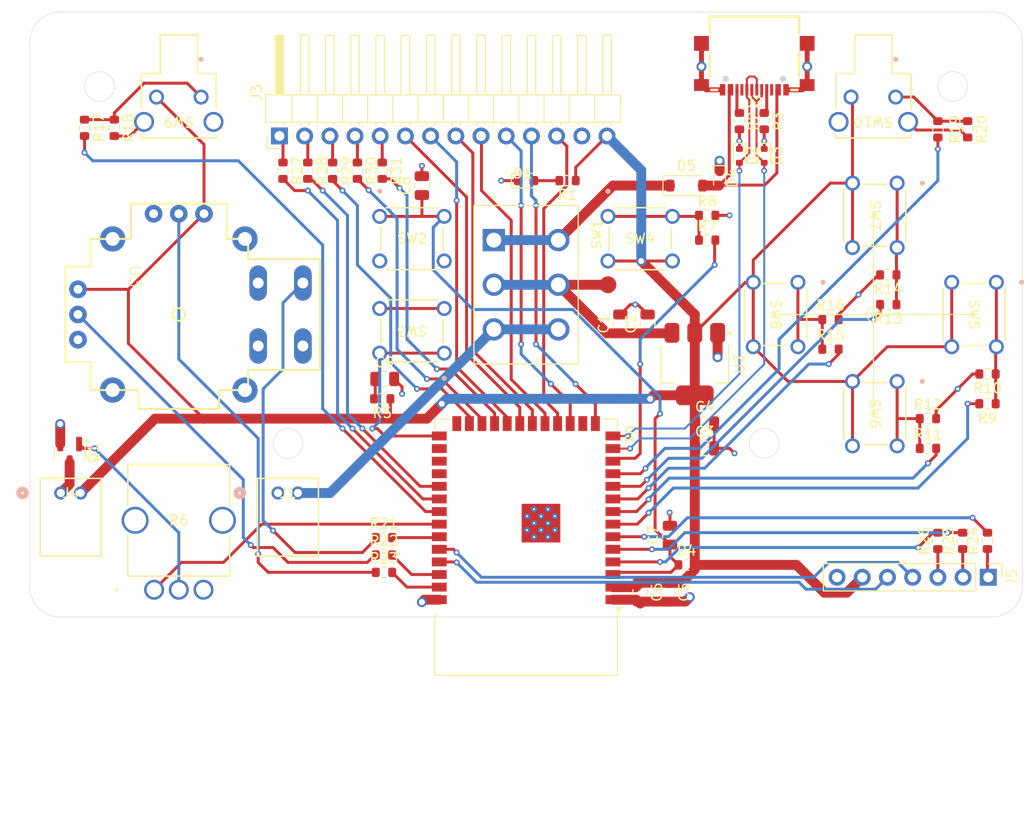
<source format=kicad_pcb>
(kicad_pcb (version 20241229) (generator "pcbnew") (generator_version "9.0")
  (layers (0 "F.Cu" jumper) (4 "In1.Cu" signal) (6 "In2.Cu" signal) (2 "B.Cu" signal) (13 "F.Paste" user) (15 "B.Paste" user) (5 "F.SilkS" user "F.Silkscreen") (7 "B.SilkS" user "B.Silkscreen") (1 "F.Mask" user) (3 "B.Mask" user) (25 "Edge.Cuts" user))
  (net 0 "")
  (net 1 "GND")
  (net 2 "V In")
  (net 3 "VCC")
  (net 4 "RESET")
  (net 5 "BOOT")
  (net 6 "Net-(D1-A)")
  (net 7 "D+")
  (net 8 "D-")
  (net 9 "Net-(D4-A2)")
  (net 10 "V USB")
  (net 11 "V Battery")
  (net 12 "Net-(J2-CC1)")
  (net 13 "Net-(J2-CC2)")
  (net 16 "DC{slash}RS")
  (net 17 "SCK")
  (net 18 "MISO")
  (net 19 "CS")
  (net 20 "MOSI")
  (net 21 "Backlight")
  (net 22 "Display Reset")
  (net 23 "Net-(J4-Pin_1)")
  (net 24 "TX")
  (net 25 "RX")
  (net 26 "Net-(Q1-B)")
  (net 27 "Speaker")
  (net 29 "Net-(R7-Pad1)")
  (net 30 "Select")
  (net 31 "Net-(R10-Pad1)")
  (net 32 "Button A")
  (net 33 "Net-(R11-Pad1)")
  (net 34 "Button B")
  (net 35 "Button X")
  (net 36 "Net-(R13-Pad1)")
  (net 37 "Net-(R15-Pad1)")
  (net 38 "Button Y")
  (net 39 "Net-(R17-Pad1)")
  (net 40 "Button L")
  (net 41 "Net-(R19-Pad1)")
  (net 42 "Button R")
  (net 43 "Joystick In")
  (net 44 "Joystick Y")
  (net 45 "Joystick X")
  (net 46 "T_IRQ")
  (net 47 "T_DO")
  (net 48 "T_DIN")
  (net 49 "T_CS")
  (net 50 "T_CLK")
  (net 56 "Net-(U3-SEL+)")
  (net 57 "Net-(U3-H)")
  (net 58 "Net-(U3-V)")
  (net 59 "Net-(J3-Pin_5)")
  (net 60 "Net-(J3-Pin_1)")
  (net 61 "Net-(J3-Pin_3)")
  (net 62 "Net-(J3-Pin_4)")
  (net 63 "Net-(J3-Pin_2)")
  (net 64 "Spare 3")
  (net 65 "Spare 2")
  (net 66 "Spare 1")
  (net 67 "Net-(J5-Pin_1)")
  (net 68 "Net-(J5-Pin_2)")
  (net 69 "Net-(J5-Pin_3)")
  (footprint "Resistor_SMD:R_0603_1608Metric" (layer "F.Cu") (at 154.175 66.5 180)
    (property "Reference" "R1")
    (property "Value" "1.3k")
  )
  (footprint "Resistor_SMD:R_0603_1608Metric" (layer "F.Cu") (at 191.5 61.325 -90)
    (property "Reference" "R19")
    (property "Value" "330")
  )
  (footprint "Resistor_SMD:R_0603_1608Metric" (layer "F.Cu") (at 190.5 93.5)
    (property "Reference" "R11")
    (property "Value" "330")
  )
  (footprint "handheld:SW_B3F-1050_OMR" (layer "F.Cu") (at 135.249999 70.1049)
    (property "Reference" "SW2")
    (property "Value" "Reset")
  )
  (footprint "handheld:PTV09A-4015F-B104_BRN" (layer "F.Cu") (at 112.5108 107.755386)
    (property "Reference" "R6")
    (property "Value" "5k")
  )
  (footprint "Package_TO_SOT_SMD:SOT-223-3_TabPin2" (layer "F.Cu") (at 167 85 -90)
    (property "Reference" "U2")
    (property "Value" "AMS1117-3.3")
  )
  (footprint "Resistor_SMD:R_0603_1608Metric" (layer "F.Cu") (at 105.5 61.175 -90)
    (property "Reference" "R17")
    (property "Value" "330")
  )
  (footprint "Connector_PinHeader_2.54mm:PinHeader_1x07_P2.54mm_Vertical" (layer "F.Cu") (at 196.58 106.5 -90)
    (property "Reference" "J5")
    (property "Value" "Debug")
  )
  (footprint "handheld:SW_B3F-1050_OMR" (layer "F.Cu") (at 141.750001 83.8951 180)
    (property "Reference" "SW3")
    (property "Value" "Boot")
  )
  (footprint "Resistor_SMD:R_0603_1608Metric" (layer "F.Cu") (at 186.5 76 180)
    (property "Reference" "R14")
    (property "Value" "10k")
  )
  (footprint "Capacitor_SMD:C_0805_2012Metric" (layer "F.Cu") (at 164.25 108 -90)
    (property "Reference" "C5")
    (property "Value" "10uF")
  )
  (footprint "Resistor_SMD:R_0603_1608Metric" (layer "F.Cu") (at 194 102.825 90)
    (property "Reference" "R25")
    (property "Value" "330")
  )
  (footprint "Resistor_SMD:R_0603_1608Metric" (layer "F.Cu") (at 196.5 102.825 90)
    (property "Reference" "R24")
    (property "Value" "330")
  )
  (footprint "Capacitor_SMD:C_0805_2012Metric" (layer "F.Cu") (at 168 91)
    (property "Reference" "C4")
    (property "Value" "100nF")
  )
  (footprint "Resistor_SMD:R_0603_1608Metric" (layer "F.Cu") (at 128 65.5 -90)
    (property "Reference" "R28")
    (property "Value" "330")
  )
  (footprint "Capacitor_SMD:C_0805_2012Metric" (layer "F.Cu") (at 162.25 80.95 90)
    (property "Reference" "C2")
    (property "Value" "100nF")
  )
  (footprint "Resistor_SMD:R_0603_1608Metric" (layer "F.Cu") (at 180.675 80.5)
    (property "Reference" "R16")
    (property "Value" "10k")
  )
  (footprint "Capacitor_SMD:C_0805_2012Metric" (layer "F.Cu") (at 135.75 86.5)
    (property "Reference" "C9")
    (property "Value" "100nF")
  )
  (footprint "Resistor_SMD:R_0603_1608Metric" (layer "F.Cu") (at 168.25 70)
    (property "Reference" "R8")
    (property "Value" "10k")
  )
  (footprint "handheld:SW_B3F-1050_OMR" (layer "F.Cu") (at 158.249999 70.1049)
    (property "Reference" "SW4")
    (property "Value" "Select")
  )
  (footprint "handheld:Testpoint" (layer "F.Cu") (at 158.25 77)
    (property "Reference" "TP1" (hide yes))
    (property "Value" "V In")
  )
  (footprint "handheld:SW_B3F-1050_OMR" (layer "F.Cu") (at 187.3951 66.749999 -90)
    (property "Reference" "SW7")
    (property "Value" "X")
  )
  (footprint "Resistor_SMD:R_0603_1608Metric" (layer "F.Cu") (at 135.675 102.5)
    (property "Reference" "R21")
    (property "Value" "330")
  )
  (footprint "RF_Module:ESP32-S3-WROOM-1" (layer "F.Cu") (at 150 103.5 180)
    (property "Reference" "U1")
    (property "Value" "ESP32-S3-WROOM-1")
  )
  (footprint "handheld:CONN_S2B-PH-K-S_JST" (layer "F.Cu") (at 124.999999 98)
    (property "Reference" "J1")
    (property "Value" "Battery")
  )
  (footprint "handheld:SW_B3F-1050_OMR" (layer "F.Cu") (at 177.3951 76.75 -90)
    (property "Reference" "SW8")
    (property "Value" "Y")
  )
  (footprint "Resistor_SMD:R_0603_1608Metric" (layer "F.Cu") (at 171.5 60.5 -90)
    (property "Reference" "R2")
    (property "Value" "5.1k")
  )
  (footprint "Resistor_SMD:R_0603_1608Metric" (layer "F.Cu") (at 196.5 86 180)
    (property "Reference" "R10")
    (property "Value" "10k")
  )
  (footprint "Resistor_SMD:R_0603_1608Metric" (layer "F.Cu") (at 196.5 89 180)
    (property "Reference" "R9")
    (property "Value" "330")
  )
  (footprint "Resistor_SMD:R_0603_1608Metric" (layer "F.Cu") (at 194.5 61.325 -90)
    (property "Reference" "R20")
    (property "Value" "10k")
  )
  (footprint "Capacitor_SMD:C_0805_2012Metric" (layer "F.Cu") (at 139.5 67 90)
    (property "Reference" "C8")
    (property "Value" "100nF")
  )
  (footprint "Diode_SMD:D_SOD-523" (layer "F.Cu") (at 169.5 66.25 -90)
    (property "Reference" "D4")
    (property "Value" "LESD5D5.0CT1G")
  )
  (footprint "handheld:SW_B3F-3150_OMR" (layer "F.Cu") (at 187.250001 58.074941 180)
    (property "Reference" "SW10")
    (property "Value" "R")
  )
  (footprint "Resistor_SMD:R_0603_1608Metric" (layer "F.Cu") (at 135.675 104.25)
    (property "Reference" "R22")
    (property "Value" "330")
  )
  (footprint "Diode_SMD:D_SOD-523" (layer "F.Cu") (at 171.5 64 -90)
    (property "Reference" "D2")
    (property "Value" "LESD5D5.0CT1G")
  )
  (footprint "Resistor_SMD:R_0603_1608Metric" (layer "F.Cu") (at 130.5 65.5 -90)
    (property "Reference" "R29")
    (property "Value" "330")
  )
  (footprint "Resistor_SMD:R_0603_1608Metric" (layer "F.Cu") (at 190.5 90.5)
    (property "Reference" "R12")
    (property "Value" "10k")
  )
  (footprint "Resistor_SMD:R_0603_1608Metric" (layer "F.Cu") (at 135.5 88.5 180)
    (property "Reference" "R5")
    (property "Value" "10k")
  )
  (footprint "LED_SMD:LED_0603_1608Metric" (layer "F.Cu") (at 150 66.5)
    (property "Reference" "D1")
    (property "Value" "Power LED")
  )
  (footprint "handheld:SW_B3F-3150_OMR" (layer "F.Cu") (at 117.250001 58.074941 180)
    (property "Reference" "SW9")
    (property "Value" "L")
  )
  (footprint "handheld:JOYSTICK" (layer "F.Cu") (at 115 80 -90)
    (property "Reference" "U3")
    (property "Value" "Joystick Mount")
  )
  (footprint "handheld:CONN_S2B-PH-K-S_JST" (layer "F.Cu") (at 103.1049 98)
    (property "Reference" "J4")
    (property "Value" "Speaker ~(3W, 8R)")
  )
  (footprint "handheld:SW_B3F-1050_OMR" (layer "F.Cu") (at 187.3951 86.749999 -90)
    (property "Reference" "SW6")
    (property "Value" "B")
  )
  (footprint "Resistor_SMD:R_0603_1608Metric" (layer "F.Cu") (at 180.675 83.5)
    (property "Reference" "R15")
    (property "Value" "330")
  )
  (footprint "Resistor_SMD:R_0603_1608Metric" (layer "F.Cu") (at 168.25 72.5)
    (property "Reference" "R7")
    (property "Value" "330")
  )
  (footprint "handheld:SW_SLW-1678105-6A-N-D" (layer "F.Cu") (at 150 77 -90)
    (property "Reference" "SW1")
    (property "Value" "SLW-1678105-6A-N-D")
  )
  (footprint "Resistor_SMD:R_0603_1608Metric" (layer "F.Cu") (at 133 65.5 -90)
    (property "Reference" "R30")
    (property "Value" "330")
  )
  (footprint "Resistor_SMD:R_0603_1608Metric" (layer "F.Cu") (at 191.5 102.825 90)
    (property "Reference" "R26")
    (property "Value" "330")
  )
  (footprint "Resistor_SMD:R_0603_1608Metric" (layer "F.Cu") (at 108.5 61.175 -90)
    (property "Reference" "R18")
    (property "Value" "10k")
  )
  (footprint "Capacitor_SMD:C_0805_2012Metric" (layer "F.Cu") (at 168 93.5)
    (property "Reference" "C3")
    (property "Value" "10uF")
  )
  (footprint "handheld:SW_B3F-1050_OMR" (layer "F.Cu") (at 197.3951 76.749999 -90)
    (property "Reference" "SW5")
    (property "Value" "A")
  )
  (footprint "Diode_SMD:D_SOD-523" (layer "F.Cu") (at 174 64 -90)
    (property "Reference" "D3")
    (property "Value" "LESD5D5.0CT1G")
  )
  (footprint "Resistor_SMD:R_0603_1608Metric" (layer "F.Cu") (at 135.5 65.5 -90)
    (property "Reference" "R31")
    (property "Value" "330")
  )
  (footprint "Resistor_SMD:R_0603_1608Metric" (layer "F.Cu") (at 135.675 106)
    (property "Reference" "R23")
    (property "Value" "330")
  )
  (footprint "handheld:USB-SMD_USB-TYPE-C-020" (layer "F.Cu") (at 173 55 180)
    (property "Reference" "J2")
    (property "Value" "USB_C_Receptacle_USB2.0_16P")
    (fp_poly (pts (xy 3.21222 -1.282421) (xy 3.190261 -1.364372) (xy 3.14784 -1.437847) (xy 3.087847 -1.49784) (xy 3.014372 -1.540261) (xy 2.932421 -1.56222) (xy 2.847579 -1.56222) (xy 2.765628 -1.540261) (xy 2.692153 -1.49784) (xy 2.63216 -1.437847) (xy 2.589739 -1.364372) (xy 2.56778 -1.282421) (xy 2.56778 -1.197579) (xy 2.589739 -1.115628) (xy 2.63216 -1.042153) (xy 2.692153 -0.98216) (xy 2.765628 -0.939739) (xy 2.847579 -0.91778) (xy 2.932421 -0.91778) (xy 3.014372 -0.939739) (xy 3.087847 -0.98216) (xy 3.14784 -1.042153) (xy 3.190261 -1.115628) (xy 3.21222 -1.197579)) (fill yes) (layer "Edge.Cuts"))
    (fp_poly (pts (xy -2.56778 -1.282421) (xy -2.589739 -1.364372) (xy -2.63216 -1.437847) (xy -2.692153 -1.49784) (xy -2.765628 -1.540261) (xy -2.847579 -1.56222) (xy -2.932421 -1.56222) (xy -3.014372 -1.540261) (xy -3.087847 -1.49784) (xy -3.14784 -1.437847) (xy -3.190261 -1.364372) (xy -3.21222 -1.282421) (xy -3.21222 -1.197579) (xy -3.190261 -1.115628) (xy -3.14784 -1.042153) (xy -3.087847 -0.98216) (xy -3.014372 -0.939739) (xy -2.932421 -0.91778) (xy -2.847579 -0.91778) (xy -2.765628 -0.939739) (xy -2.692153 -0.98216) (xy -2.63216 -1.042153) (xy -2.589739 -1.115628) (xy -2.56778 -1.197579)) (fill yes) (layer "Edge.Cuts"))
  )
  (footprint "Capacitor_SMD:C_0805_2012Metric" (layer "F.Cu") (at 164.5 102.25 90)
    (property "Reference" "C7")
    (property "Value" "1uF")
  )
  (footprint "Connector_PinHeader_2.54mm:PinHeader_1x14_P2.54mm_Horizontal" (layer "F.Cu") (at 125.14 62 90)
    (property "Reference" "J3")
    (property "Value" "Display Output")
  )
  (footprint "Capacitor_SMD:C_0805_2012Metric" (layer "F.Cu") (at 159.5 80.95 90)
    (property "Reference" "C1")
    (property "Value" "10uF")
  )
  (footprint "Capacitor_SMD:C_0805_2012Metric" (layer "F.Cu") (at 161.5 108 -90)
    (property "Reference" "C6")
    (property "Value" "100nF")
  )
  (footprint "Resistor_SMD:R_0603_1608Metric" (layer "F.Cu") (at 166.175 105.25)
    (property "Reference" "R4")
    (property "Value" "10k")
  )
  (footprint "Resistor_SMD:R_0603_1608Metric" (layer "F.Cu") (at 174 60.5 -90)
    (property "Reference" "R3")
    (property "Value" "5.1k")
  )
  (footprint "Package_TO_SOT_SMD:SOT-23" (layer "F.Cu") (at 104 94 -90)
    (property "Reference" "Q1")
    (property "Value" "MMBT3904")
  )
  (footprint "Diode_SMD:D_SOD-123" (layer "F.Cu") (at 166.15 67)
    (property "Reference" "D5")
    (property "Value" "1N5819HW-7-F")
  )
  (footprint "Resistor_SMD:R_0603_1608Metric" (layer "F.Cu") (at 125.5 65.5 -90)
    (property "Reference" "R27")
    (property "Value" "330")
  )
  (footprint "Resistor_SMD:R_0603_1608Metric" (layer "F.Cu") (at 186.5 79 180)
    (property "Reference" "R13")
    (property "Value" "330")
  )
  (gr_line (start 185 80) (end 195 80) (stroke (width 0.1)) (layer "F.SilkS"))
  (gr_circle (center 185 80) (end 185.5 79.5) (stroke (width 0.1)) (fill no) (layer "F.SilkS"))
  (gr_line (start 185 70) (end 185 80) (stroke (width 0.1)) (layer "F.SilkS"))
  (gr_line (start 185 80) (end 175 80) (stroke (width 0.1)) (layer "F.SilkS"))
  (gr_line (start 185 80) (end 185 90) (stroke (width 0.1)) (layer "F.SilkS"))
  (gr_circle (center 107 57) (end 108.5 57) (stroke (width 0.05)) (fill no) (layer "Edge.Cuts"))
  (gr_circle (center 174 93) (end 175.5 93) (stroke (width 0.05)) (fill no) (layer "Edge.Cuts"))
  (gr_line (start 103 49.5) (end 197 49.5) (stroke (width 0.05)) (layer "Edge.Cuts"))
  (gr_circle (center 193 57) (end 194.5 57) (stroke (width 0.05)) (fill no) (layer "Edge.Cuts"))
  (gr_arc (start 197 49.5) (mid 199.12132 50.37868) (end 200 52.5) (stroke (width 0.05)) (layer "Edge.Cuts"))
  (gr_line (start 197 110.5) (end 103 110.5) (stroke (width 0.05)) (layer "Edge.Cuts"))
  (gr_line (start 200 52.5) (end 199.999999 107.5) (stroke (width 0.05)) (layer "Edge.Cuts"))
  (gr_circle (center 126 93) (end 127.5 93) (stroke (width 0.05)) (fill no) (layer "Edge.Cuts"))
  (gr_arc (start 200 107.5) (mid 199.12132 109.62132) (end 197 110.5) (stroke (width 0.05)) (layer "Edge.Cuts"))
  (gr_arc (start 100 52.5) (mid 100.87868 50.37868) (end 103 49.5) (stroke (width 0.05)) (layer "Edge.Cuts"))
  (gr_arc (start 103 110.5) (mid 100.87868 109.62132) (end 100 107.5) (stroke (width 0.05)) (layer "Edge.Cuts"))
  (gr_line (start 100 107.5) (end 100 52.5) (stroke (width 0.05)) (layer "Edge.Cuts"))
  (segment (start 167.675 52.66) (end 167.675 55) (width 0.5) (layer "F.Cu") (net 1))
  (segment (start 139.5 65) (end 139.5 66.05) (width 0.3) (layer "F.Cu") (net 1))
  (segment (start 189.324059 61.399) (end 188.5 60.574941) (width 0.3) (layer "F.Cu") (net 1))
  (segment (start 169.675 57.34) (end 169.825 57.34) (width 0.5) (layer "F.Cu") (net 1))
  (segment (start 178.325 56.86) (end 178.325 55) (width 0.5) (layer "F.Cu") (net 1))
  (segment (start 191.325 89.675) (end 193.5 87.5) (width 0.3) (layer "F.Cu") (net 1))
  (segment (start 185.675 76) (end 185.5 76) (width 0.3) (layer "F.Cu") (net 1))
  (segment (start 168.155 57.34) (end 167.675 56.86) (width 0.5) (layer "F.Cu") (net 1))
  (segment (start 169.5 65.55) (end 169.5 64.5) (width 1) (layer "F.Cu") (net 1))
  (segment (start 195 86) (end 193.5 87.5) (width 0.3) (layer "F.Cu") (net 1))
  (segment (start 164.5 101.3) (end 164.5 100) (width 0.3) (layer "F.Cu") (net 1))
  (segment (start 174 63.3) (end 174 62.5) (width 0.3) (layer "F.Cu") (net 1))
  (segment (start 137.5 87.3) (end 137.5 88) (width 0.3) (layer "F.Cu") (net 1))
  (segment (start 171.5 61.325) (end 171.5 62.5) (width 0.3) (layer "F.Cu") (net 1))
  (segment (start 168.95 93.5) (end 170.5 93.5) (width 0.3) (layer "F.Cu") (net 1))
  (segment (start 174 61.325) (end 174 62.5) (width 0.3) (layer "F.Cu") (net 1))
  (segment (start 103.05 93.0625) (end 103.05 91.05) (width 1) (layer "F.Cu") (net 1))
  (segment (start 181.5 80) (end 183.5 78) (width 0.3) (layer "F.Cu") (net 1))
  (segment (start 136.7 86.5) (end 137.5 87.3) (width 0.3) (layer "F.Cu") (net 1))
  (segment (start 185.5 76) (end 183.5 78) (width 0.3) (layer "F.Cu") (net 1))
  (segment (start 135.249999 79.395099) (end 141.750001 79.395099) (width 0.3) (layer "F.Cu") (net 1))
  (segment (start 169.675 57.34) (end 168.155 57.34) (width 0.5) (layer "F.Cu") (net 1))
  (segment (start 194.5 62.15) (end 193.749 61.399) (width 0.3) (layer "F.Cu") (net 1))
  (segment (start 167.675 55) (end 167.675 56.86) (width 0.5) (layer "F.Cu") (net 1))
  (segment (start 193.749 61.399) (end 189.324059 61.399) (width 0.3) (layer "F.Cu") (net 1))
  (segment (start 161 79) (end 160.5 79) (width 0.3) (layer "F.Cu") (net 1))
  (segment (start 171.5 63.3) (end 171.5 62.5) (width 0.3) (layer "F.Cu") (net 1))
  (segment (start 169.075 70) (end 170.5 70) (width 0.3) (layer "F.Cu") (net 1))
  (segment (start 178.325 55) (end 178.325 52.66) (width 0.5) (layer "F.Cu") (net 1))
  (segment (start 181.5 80.5) (end 181.5 80) (width 0.3) (layer "F.Cu") (net 1))
  (segment (start 161.5 108.95) (end 164.25 108.95) (width 1) (layer "F.Cu") (net 1))
  (segment (start 110.074942 62) (end 111.500001 60.574941) (width 0.3) (layer "F.Cu") (net 1))
  (segment (start 158.75 108.76) (end 161.11 108.76) (width 1) (layer "F.Cu") (net 1))
  (segment (start 169.3 81.85) (end 169.3 84.3) (width 1) (layer "F.Cu") (net 1))
  (segment (start 149.2125 66.5) (end 147.5 66.5) (width 0.3) (layer "F.Cu") (net 1))
  (segment (start 161 79) (end 161.25 79) (width 0.3) (layer "F.Cu") (net 1))
  (segment (start 108.5 62) (end 110.074942 62) (width 0.3) (layer "F.Cu") (net 1))
  (segment (start 166.05 108.95) (end 166.5 108.5) (width 1) (layer "F.Cu") (net 1))
  (segment (start 176.325 57.34) (end 177.845 57.34) (width 0.5) (layer "F.Cu") (net 1))
  (segment (start 139.74 108.76) (end 139.5 109) (width 1) (layer "F.Cu") (net 1))
  (segment (start 177.845 57.34) (end 178.325 56.86) (width 0.5) (layer "F.Cu") (net 1))
  (segment (start 170.5 93.5) (end 171 94) (width 0.3) (layer "F.Cu") (net 1))
  (segment (start 191.325 90.5) (end 191.325 89.675) (width 0.3) (layer "F.Cu") (net 1))
  (segment (start 164.25 108.95) (end 166.05 108.95) (width 1) (layer "F.Cu") (net 1))
  (segment (start 161.11 108.76) (end 161.5 109.15) (width 1) (layer "F.Cu") (net 1))
  (segment (start 195.675 86) (end 195 86) (width 0.3) (layer "F.Cu") (net 1))
  (segment (start 161.25 79) (end 162.25 80) (width 0.3) (layer "F.Cu") (net 1))
  (segment (start 160.5 79) (end 159.5 80) (width 0.3) (layer "F.Cu") (net 1))
  (segment (start 141.25 108.76) (end 139.74 108.76) (width 1) (layer "F.Cu") (net 1))
  (segment (start 168.95 91) (end 168.95 93.5) (width 0.3) (layer "F.Cu") (net 1))
  (via (at 167.675 55) (size 1) (drill 0.6) (layers "F.Cu" "B.Cu") (net 1))
  (via (at 161 79) (size 0.6) (drill 0.3) (layers "F.Cu" "B.Cu") (net 1))
  (via (at 166.5 108.5) (size 1) (drill 0.6) (layers "F.Cu" "B.Cu") (net 1))
  (via (at 183.5 78) (size 0.6) (drill 0.3) (layers "F.Cu" "B.Cu") (net 1))
  (via (at 139.5 65) (size 0.6) (drill 0.3) (layers "F.Cu" "B.Cu") (net 1))
  (via (at 171.5 62.5) (size 0.6) (drill 0.3) (layers "F.Cu" "B.Cu") (net 1))
  (via (at 164.464385 99.971727) (size 0.6) (drill 0.3) (layers "F.Cu" "B.Cu") (net 1))
  (via (at 170.5 70) (size 0.6) (drill 0.3) (layers "F.Cu" "B.Cu") (net 1))
  (via (at 169.5 64.5) (size 1) (drill 0.6) (layers "F.Cu" "B.Cu") (net 1))
  (via (at 174 62.5) (size 0.6) (drill 0.3) (layers "F.Cu" "B.Cu") (net 1))
  (via (at 147.5 66.5) (size 0.6) (drill 0.3) (layers "F.Cu" "B.Cu") (net 1))
  (via (at 178.325 55) (size 1) (drill 0.6) (layers "F.Cu" "B.Cu") (net 1))
  (via (at 193.5 87.5) (size 0.6) (drill 0.3) (layers "F.Cu" "B.Cu") (net 1))
  (via (at 103.05 91.05) (size 1) (drill 0.6) (layers "F.Cu" "B.Cu") (net 1))
  (via (at 139.5 109) (size 1) (drill 0.6) (layers "F.Cu" "B.Cu") (net 1))
  (via (at 171 94) (size 0.6) (drill 0.3) (layers "F.Cu" "B.Cu") (net 1))
  (via (at 169.3 84.3) (size 1) (drill 0.6) (layers "F.Cu" "B.Cu") (net 1))
  (via (at 137.5 88) (size 0.6) (drill 0.3) (layers "F.Cu" "B.Cu") (net 1))
  (segment (start 158.15 81.9) (end 159.5 81.9) (width 1) (layer "F.Cu") (net 2))
  (segment (start 153.25 77) (end 158.15 81.9) (width 1) (layer "F.Cu") (net 2))
  (segment (start 153.25 77) (end 158.25 77) (width 1) (layer "F.Cu") (net 2))
  (segment (start 162.25 81.9) (end 164.9 81.9) (width 1) (layer "F.Cu") (net 2))
  (segment (start 159.5 81.9) (end 162.25 81.9) (width 1) (layer "F.Cu") (net 2))
  (segment (start 153.25 77) (end 146.75 77) (width 1) (layer "B.Cu") (net 2))
  (segment (start 167 105.25) (end 167 88.15) (width 1) (layer "F.Cu") (net 3))
  (segment (start 161.604901 74.604901) (end 167 80) (width 1) (layer "F.Cu") (net 3))
  (segment (start 165.654 107.071) (end 164.25 107.071) (width 1) (layer "F.Cu") (net 3))
  (segment (start 104.84 77.46) (end 109.92 77.46) (width 0.3) (layer "F.Cu") (net 3))
  (segment (start 109.92 82.92) (end 117.5 90.5) (width 0.3) (layer "F.Cu") (net 3))
  (segment (start 140 90.5) (end 136.5 90.5) (width 1) (layer "F.Cu") (net 3))
  (segment (start 164.25 107.05) (end 161.5 107.05) (width 1) (layer "F.Cu") (net 3))
  (segment (start 109.92 77.46) (end 117.54 69.84) (width 0.3) (layer "F.Cu") (net 3))
  (segment (start 161.604901 74.604901) (end 164.750001 74.604901) (width 0.3) (layer "F.Cu") (net 3))
  (segment (start 117.54 62.864941) (end 117.54 69.84) (width 0.3) (layer "F.Cu") (net 3))
  (segment (start 182.895099 86.749999) (end 176.395096 86.749999) (width 0.3) (layer "F.Cu") (net 3))
  (segment (start 136.325 88.5) (end 136.325 90.325) (width 0.3) (layer "F.Cu") (net 3))
  (segment (start 172.895099 83.250002) (end 172.895099 76.75) (width 0.3) (layer "F.Cu") (net 3))
  (segment (start 161.06 107.49) (end 158.75 107.49) (width 1) (layer "F.Cu") (net 3))
  (segment (start 161.604901 74.604901) (end 158.249999 74.604901) (width 0.3) (layer "F.Cu") (net 3))
  (segment (start 172.895099 74.520127) (end 180.665227 66.749999) (width 0.3) (layer "F.Cu") (net 3))
  (segment (start 182.895099 66.749999) (end 182.895099 58.22004) (width 0.3) (layer "F.Cu") (net 3))
  (segment (start 117.5 90.5) (end 112.604901 90.5) (width 1) (layer "F.Cu") (net 3))
  (segment (start 155 66.5) (end 155 65.16) (width 0.3) (layer "F.Cu") (net 3))
  (segment (start 177.25 105.25) (end 167 105.25) (width 1) (layer "F.Cu") (net 3))
  (segment (start 180.051 108.051) (end 182.329 108.051) (width 1) (layer "F.Cu") (net 3))
  (segment (start 167 88.15) (end 167 81.85) (width 1) (layer "F.Cu") (net 3))
  (segment (start 172.895099 76.75) (end 172.895099 74.520127) (width 0.3) (layer "F.Cu") (net 3))
  (segment (start 182.895099 58.22004) (end 182.75 58.074941) (width 0.3) (layer "F.Cu") (net 3))
  (segment (start 167 105.25) (end 167 105.725) (width 1) (layer "F.Cu") (net 3))
  (segment (start 112.604901 90.5) (end 105.104901 98) (width 1) (layer "F.Cu") (net 3))
  (segment (start 172.1 76.75) (end 167 81.85) (width 0.3) (layer "F.Cu") (net 3))
  (segment (start 180.665227 66.749999) (end 182.895099 66.749999) (width 0.3) (layer "F.Cu") (net 3))
  (segment (start 136.5 90.5) (end 117.5 90.5) (width 1) (layer "F.Cu") (net 3))
  (segment (start 182.895099 73.250001) (end 182.895099 66.749999) (width 0.3) (layer "F.Cu") (net 3))
  (segment (start 141.5 89) (end 140 90.5) (width 1) (layer "F.Cu") (net 3))
  (segment (start 155 65.16) (end 158.16 62) (width 0.3) (layer "F.Cu") (net 3))
  (segment (start 176.395096 86.749999) (end 172.895099 83.250002) (width 0.3) (layer "F.Cu") (net 3))
  (segment (start 112.75 58.074941) (end 117.54 62.864941) (width 0.3) (layer "F.Cu") (net 3))
  (segment (start 182.895099 86.749999) (end 186.395097 83.250001) (width 0.3) (layer "F.Cu") (net 3))
  (segment (start 172.895099 76.75) (end 172.1 76.75) (width 0.3) (layer "F.Cu") (net 3))
  (segment (start 183.88 106.5) (end 182.329 108.051) (width 1) (layer "F.Cu") (net 3))
  (segment (start 167 80) (end 167 81.85) (width 1) (layer "F.Cu") (net 3))
  (segment (start 180.051 108.051) (end 177.25 105.25) (width 1) (layer "F.Cu") (net 3))
  (segment (start 182.895099 93.250001) (end 182.895099 86.749999) (width 0.3) (layer "F.Cu") (net 3))
  (segment (start 162.85 88.15) (end 162.5 88.5) (width 1) (layer "F.Cu") (net 3))
  (segment (start 167 88.15) (end 162.85 88.15) (width 1) (layer "F.Cu") (net 3))
  (segment (start 167 105.725) (end 165.654 107.071) (width 1) (layer "F.Cu") (net 3))
  (segment (start 109.92 77.46) (end 109.92 82.92) (width 0.3) (layer "F.Cu") (net 3))
  (segment (start 192.895099 83.250001) (end 192.895099 76.749999) (width 0.3) (layer "F.Cu") (net 3))
  (segment (start 136.325 90.325) (end 136.5 90.5) (width 0.3) (layer "F.Cu") (net 3))
  (segment (start 186.395097 83.250001) (end 192.895099 83.250001) (width 0.3) (layer "F.Cu") (net 3))
  (segment (start 161.5 107.05) (end 161.06 107.49) (width 1) (layer "F.Cu") (net 3))
  (via (at 161.604901 74.604901) (size 1) (drill 0.6) (layers "F.Cu" "B.Cu") (net 3))
  (via (at 162.5 88.5) (size 1) (drill 0.6) (layers "F.Cu" "B.Cu") (net 3))
  (via (at 141.5 89) (size 1) (drill 0.6) (layers "F.Cu" "B.Cu") (net 3))
  (segment (start 161.604901 74.604901) (end 161.604901 65.444901) (width 1) (layer "B.Cu") (net 3))
  (segment (start 162.5 88.5) (end 142 88.5) (width 1) (layer "B.Cu") (net 3))
  (segment (start 161.604901 65.444901) (end 158.16 62) (width 1) (layer "B.Cu") (net 3))
  (segment (start 142 88.5) (end 141.5 89) (width 1) (layer "B.Cu") (net 3))
  (segment (start 139.5 70.1049) (end 139.5 67.95) (width 0.3) (layer "F.Cu") (net 4))
  (segment (start 141.750001 70.1049) (end 139.5 70.1049) (width 0.3) (layer "F.Cu") (net 4))
  (segment (start 164.5 103.2) (end 163 101.7) (width 0.3) (layer "F.Cu") (net 4))
  (segment (start 165.35 105.25) (end 164.6 106) (width 0.3) (layer "F.Cu") (net 4))
  (segment (start 163 90.5) (end 163.5 90) (width 0.3) (layer "F.Cu") (net 4))
  (segment (start 164.6 106) (end 158.97 106) (width 0.3) (layer "F.Cu") (net 4))
  (segment (start 163 101.7) (end 163 90.5) (width 0.3) (layer "F.Cu") (net 4))
  (segment (start 139.5 70.1049) (end 135.249999 70.1049) (width 0.3) (layer "F.Cu") (net 4))
  (segment (start 164.5 103.2) (end 164.5 104.4) (width 0.3) (layer "F.Cu") (net 4))
  (segment (start 158.97 106) (end 158.75 106.22) (width 0.3) (layer "F.Cu") (net 4))
  (segment (start 164.5 104.4) (end 165.35 105.25) (width 0.3) (layer "F.Cu") (net 4))
  (via (at 163.5 90) (size 0.6) (drill 0.3) (layers "F.Cu" "B.Cu") (net 4))
  (segment (start 163.5 90) (end 163.5 88.296504) (width 0.3) (layer "B.Cu") (net 4))
  (segment (start 163.5 88.296504) (end 154.703496 79.5) (width 0.3) (layer "B.Cu") (net 4))
  (segment (start 154.703496 79.5) (end 144.645099 79.5) (width 0.3) (layer "B.Cu") (net 4))
  (segment (start 140.645002 71.209899) (end 141.750001 70.1049) (width 0.3) (layer "B.Cu") (net 4))
  (segment (start 140.645002 75.499903) (end 140.645002 71.209899) (width 0.3) (layer "B.Cu") (net 4))
  (segment (start 144.645099 79.5) (end 140.645002 75.499903) (width 0.3) (layer "B.Cu") (net 4))
  (segment (start 135 91.5) (end 135.75 92.25) (width 0.3) (layer "F.Cu") (net 5))
  (segment (start 135.249999 83.8951) (end 135.249999 86.050001) (width 0.3) (layer "F.Cu") (net 5))
  (segment (start 135.75 92.25) (end 141.25 92.25) (width 0.3) (layer "F.Cu") (net 5))
  (segment (start 134.8 88.375) (end 134.675 88.5) (width 0.3) (layer "F.Cu") (net 5))
  (segment (start 134.5 91.5) (end 135 91.5) (width 0.3) (layer "F.Cu") (net 5))
  (segment (start 134.8 86.5) (end 134.8 88.375) (width 0.3) (layer "F.Cu") (net 5))
  (segment (start 135.249999 86.050001) (end 134.8 86.5) (width 0.3) (layer "F.Cu") (net 5))
  (segment (start 135.249999 83.8951) (end 141.750001 83.8951) (width 0.3) (layer "F.Cu") (net 5))
  (via (at 134.5 91.5) (size 0.6) (drill 0.3) (layers "F.Cu" "B.Cu") (net 5))
  (segment (start 135.249999 83.8951) (end 135.249999 90.750001) (width 0.3) (layer "B.Cu") (net 5))
  (segment (start 135.249999 90.750001) (end 134.5 91.5) (width 0.3) (layer "B.Cu") (net 5))
  (segment (start 153.35 66.5) (end 150.7875 66.5) (width 0.3) (layer "F.Cu") (net 6))
  (segment (start 173.25 57.34) (end 173.25 56.25) (width 0.2) (layer "F.Cu") (net 7))
  (segment (start 172.5 58.365) (end 172.5 63.7) (width 0.2) (layer "F.Cu") (net 7))
  (segment (start 173 56) (end 172.5 56) (width 0.2) (layer "F.Cu") (net 7))
  (segment (start 172.25 56.25) (end 172.25 57.34) (width 0.2) (layer "F.Cu") (net 7))
  (segment (start 172.25 58.115) (end 172.5 58.365) (width 0.2) (layer "F.Cu") (net 7))
  (segment (start 173.25 56.25) (end 173 56) (width 0.2) (layer "F.Cu") (net 7))
  (segment (start 160.25 92.25) (end 158.75 92.25) (width 0.2) (layer "F.Cu") (net 7))
  (segment (start 171.5 64.7) (end 171.5 65.5) (width 0.2) (layer "F.Cu") (net 7))
  (segment (start 172.5 63.7) (end 171.5 64.7) (width 0.2) (layer "F.Cu") (net 7))
  (segment (start 172.25 57.34) (end 172.25 58.115) (width 0.2) (layer "F.Cu") (net 7))
  (segment (start 172.5 56) (end 172.25 56.25) (width 0.2) (layer "F.Cu") (net 7))
  (via (at 160.25 92.25) (size 0.6) (drill 0.3) (layers "F.Cu" "B.Cu") (net 7))
  (via (at 171.5 65.5) (size 0.6) (drill 0.3) (layers "F.Cu" "B.Cu") (net 7))
  (segment (start 161 91.5) (end 166 91.5) (width 0.2) (layer "B.Cu") (net 7))
  (segment (start 160.25 92.25) (end 161 91.5) (width 0.2) (layer "B.Cu") (net 7))
  (segment (start 171.5 86) (end 171.5 65.5) (width 0.2) (layer "B.Cu") (net 7))
  (segment (start 166 91.5) (end 171.5 86) (width 0.2) (layer "B.Cu") (net 7))
  (segment (start 172.75 58.0479) (end 173.224 58.5219) (width 0.2) (layer "F.Cu") (net 8))
  (segment (start 173.224 58.5219) (end 173.224 63.924) (width 0.2) (layer "F.Cu") (net 8))
  (segment (start 173.224 63.924) (end 174 64.7) (width 0.2) (layer "F.Cu") (net 8))
  (segment (start 173.75 57.34) (end 173.75 57.9959) (width 0.2) (layer "F.Cu") (net 8))
  (segment (start 173.75 57.9959) (end 173.224 58.5219) (width 0.2) (layer "F.Cu") (net 8))
  (segment (start 160.48 93.52) (end 158.75 93.52) (width 0.2) (layer "F.Cu") (net 8))
  (segment (start 174 64.7) (end 174 65.5) (width 0.2) (layer "F.Cu") (net 8))
  (segment (start 172.75 57.34) (end 172.75 58.0479) (width 0.2) (layer "F.Cu") (net 8))
  (via (at 160.48 93.52) (size 0.6) (drill 0.3) (layers "F.Cu" "B.Cu") (net 8))
  (via (at 174 65.5) (size 0.6) (drill 0.3) (layers "F.Cu" "B.Cu") (net 8))
  (segment (start 160.48 93.52) (end 161.5 92.5) (width 0.2) (layer "B.Cu") (net 8))
  (segment (start 174 85) (end 174 65.5) (width 0.2) (layer "B.Cu") (net 8))
  (segment (start 161.5 92.5) (end 166.5 92.5) (width 0.2) (layer "B.Cu") (net 8))
  (segment (start 166.5 92.5) (end 174 85) (width 0.2) (layer "B.Cu") (net 8))
  (segment (start 175.275 65.725) (end 174.05 66.95) (width 0.3) (layer "F.Cu") (net 9))
  (segment (start 174.05 66.95) (end 169.5 66.95) (width 0.3) (layer "F.Cu") (net 9))
  (segment (start 170.475 57.34) (end 170.475 65.975) (width 0.3) (layer "F.Cu") (net 9))
  (segment (start 175.275 57.34) (end 175.275 65.725) (width 0.3) (layer "F.Cu") (net 9))
  (segment (start 167.8 67) (end 169.45 67) (width 1) (layer "F.Cu") (net 9))
  (segment (start 170.475 65.975) (end 169.5 66.95) (width 0.3) (layer "F.Cu") (net 9))
  (segment (start 169.45 67) (end 169.5 66.95) (width 0.3) (layer "F.Cu") (net 9))
  (segment (start 158.75 67) (end 164.5 67) (width 1) (layer "F.Cu") (net 10))
  (segment (start 153.25 72.5) (end 158.75 67) (width 1) (layer "F.Cu") (net 10))
  (segment (start 146.75 72.5) (end 153.25 72.5) (width 1) (layer "B.Cu") (net 10))
  (segment (start 130.25 98) (end 146.75 81.5) (width 1) (layer "B.Cu") (net 11))
  (segment (start 146.75 81.5) (end 153.25 81.5) (width 1) (layer "B.Cu") (net 11))
  (segment (start 127 98) (end 130.25 98) (width 1) (layer "B.Cu") (net 11))
  (segment (start 174.25 57.34) (end 174.25 59.425) (width 0.3) (layer "F.Cu") (net 12))
  (segment (start 174.25 59.425) (end 174 59.675) (width 0.3) (layer "F.Cu") (net 12))
  (segment (start 171.25 59.425) (end 171.5 59.675) (width 0.3) (layer "F.Cu") (net 13))
  (segment (start 171.25 57.34) (end 171.25 59.425) (width 0.3) (layer "F.Cu") (net 13))
  (segment (start 152.5 87) (end 154.445 88.945) (width 0.3) (layer "F.Cu") (net 16))
  (segment (start 149.5 83) (end 149.5 69) (width 0.3) (layer "F.Cu") (net 16))
  (segment (start 154.445 88.945) (end 154.445 91) (width 0.3) (layer "F.Cu") (net 16))
  (via (at 152.5 87) (size 0.6) (drill 0.3) (layers "F.Cu" "B.Cu") (net 16))
  (via (at 149.5 69) (size 0.6) (drill 0.3) (layers "F.Cu" "B.Cu") (net 16))
  (via (at 149.5 83) (size 0.6) (drill 0.3) (layers "F.Cu" "B.Cu") (net 16))
  (segment (start 152.5 87) (end 149.5 84) (width 0.3) (layer "B.Cu") (net 16))
  (segment (start 149.5 63.5) (end 148 62) (width 0.3) (layer "B.Cu") (net 16))
  (segment (start 149.5 69) (end 149.5 63.5) (width 0.3) (layer "B.Cu") (net 16))
  (segment (start 149.5 84) (end 149.5 83) (width 0.3) (layer "B.Cu") (net 16))
  (segment (start 144.630764 83.630764) (end 144.630764 63.710764) (width 0.3) (layer "F.Cu") (net 17))
  (segment (start 150.635 91) (end 150.635 89.635) (width 0.3) (layer "F.Cu") (net 17))
  (segment (start 144.630764 63.710764) (end 142.92 62) (width 0.3) (layer "F.Cu") (net 17))
  (segment (start 150.635 89.635) (end 144.630764 83.630764) (width 0.3) (layer "F.Cu") (net 17))
  (segment (start 144 84) (end 144 68.16) (width 0.3) (layer "F.Cu") (net 18))
  (segment (start 144 68.16) (end 137.84 62) (width 0.3) (layer "F.Cu") (net 18))
  (segment (start 149.365 91) (end 149.365 89.365) (width 0.3) (layer "F.Cu") (net 18))
  (segment (start 149.365 89.365) (end 144 84) (width 0.3) (layer "F.Cu") (net 18))
  (segment (start 153.175 91) (end 153.175 89.95) (width 0.3) (layer "F.Cu") (net 19))
  (segment (start 151.774 88.549) (end 151.774 69.335774) (width 0.3) (layer "F.Cu") (net 19))
  (segment (start 154.101 67.008774) (end 154.101 63.021) (width 0.3) (layer "F.Cu") (net 19))
  (segment (start 153.175 89.95) (end 151.774 88.549) (width 0.3) (layer "F.Cu") (net 19))
  (segment (start 154.101 63.021) (end 153.08 62) (width 0.3) (layer "F.Cu") (net 19))
  (segment (start 151.774 69.335774) (end 154.101 67.008774) (width 0.3) (layer "F.Cu") (net 19))
  (segment (start 145.5 67.5) (end 145.5 62.04) (width 0.3) (layer "F.Cu") (net 20))
  (segment (start 145.5 62.04) (end 145.46 62) (width 0.3) (layer "F.Cu") (net 20))
  (segment (start 148.5 86.545) (end 148.5 70.5) (width 0.3) (layer "F.Cu") (net 20))
  (segment (start 151.905 89.95) (end 148.5 86.545) (width 0.3) (layer "F.Cu") (net 20))
  (segment (start 148.5 70.5) (end 145.5 67.5) (width 0.3) (layer "F.Cu") (net 20))
  (segment (start 151.905 91) (end 151.905 89.95) (width 0.3) (layer "F.Cu") (net 20))
  (segment (start 148.095 90.368) (end 143 85.273) (width 0.3) (layer "F.Cu") (net 21))
  (segment (start 148.095 91) (end 148.095 90.368) (width 0.3) (layer "F.Cu") (net 21))
  (segment (start 143 85.273) (end 143 68.5) (width 0.3) (layer "F.Cu") (net 21))
  (via (at 143 68.5) (size 0.6) (drill 0.3) (layers "F.Cu" "B.Cu") (net 21))
  (segment (start 143 64.62) (end 140.38 62) (width 0.3) (layer "B.Cu") (net 21))
  (segment (start 143 68.5) (end 143 64.62) (width 0.3) (layer "B.Cu") (net 21))
  (segment (start 151 83) (end 151 69) (width 0.3) (layer "F.Cu") (net 22))
  (segment (start 156.985 89.015) (end 156.985 91) (width 0.3) (layer "F.Cu") (net 22))
  (segment (start 154.985 87.015) (end 156.985 89.015) (width 0.3) (layer "F.Cu") (net 22))
  (via (at 151 69) (size 0.6) (drill 0.3) (layers "F.Cu" "B.Cu") (net 22))
  (via (at 154.985 87.015) (size 0.6) (drill 0.3) (layers "F.Cu" "B.Cu") (net 22))
  (via (at 151 83) (size 0.6) (drill 0.3) (layers "F.Cu" "B.Cu") (net 22))
  (segment (start 154.985 86.985) (end 151 83) (width 0.3) (layer "B.Cu") (net 22))
  (segment (start 151 68.5) (end 150.54 68.04) (width 0.3) (layer "B.Cu") (net 22))
  (segment (start 154.985 87.015) (end 154.985 86.985) (width 0.3) (layer "B.Cu") (net 22))
  (segment (start 150.54 68.04) (end 150.54 62) (width 0.3) (layer "B.Cu") (net 22))
  (segment (start 151 69) (end 151 68.5) (width 0.3) (layer "B.Cu") (net 22))
  (segment (start 104 97.1049) (end 103.1049 98) (width 1) (layer "F.Cu") (net 23))
  (segment (start 104 94.9375) (end 104 97.1049) (width 1) (layer "F.Cu") (net 23))
  (segment (start 141.25 104.95) (end 142.95 104.95) (width 0.3) (layer "F.Cu") (net 24))
  (segment (start 142.95 104.95) (end 143 105) (width 0.3) (layer "F.Cu") (net 24))
  (via (at 143 105) (size 0.6) (drill 0.3) (layers "F.Cu" "B.Cu") (net 24))
  (segment (start 145 107) (end 177.5 107) (width 0.3) (layer "B.Cu") (net 24))
  (segment (start 143 105) (end 145 107) (width 0.3) (layer "B.Cu") (net 24))
  (segment (start 185.219 107.701) (end 186.42 106.5) (width 0.3) (layer "B.Cu") (net 24))
  (segment (start 177.5 107) (end 178.201 107.701) (width 0.3) (layer "B.Cu") (net 24))
  (segment (start 178.201 107.701) (end 185.219 107.701) (width 0.3) (layer "B.Cu") (net 24))
  (segment (start 142.68 103.68) (end 143 104) (width 0.3) (layer "F.Cu") (net 25))
  (segment (start 141.25 103.68) (end 142.68 103.68) (width 0.3) (layer "F.Cu") (net 25))
  (via (at 143 104) (size 0.6) (drill 0.3) (layers "F.Cu" "B.Cu") (net 25))
  (segment (start 180.5 105) (end 179 106.5) (width 0.3) (layer "B.Cu") (net 25))
  (segment (start 187.46 105) (end 180.5 105) (width 0.3) (layer "B.Cu") (net 25))
  (segment (start 145.5 106.5) (end 143 104) (width 0.3) (layer "B.Cu") (net 25))
  (segment (start 179 106.5) (end 145.5 106.5) (width 0.3) (layer "B.Cu") (net 25))
  (segment (start 188.96 106.5) (end 187.46 105) (width 0.3) (layer "B.Cu") (net 25))
  (segment (start 106.5 93.5) (end 105.3875 93.5) (width 0.3) (layer "F.Cu") (net 26))
  (segment (start 105.3875 93.5) (end 104.95 93.0625) (width 0.3) (layer "F.Cu") (net 26))
  (via (at 106.5 93.5) (size 0.6) (drill 0.3) (layers "F.Cu" "B.Cu") (net 26))
  (segment (start 115 107.755386) (end 115 102) (width 0.3) (layer "B.Cu") (net 26))
  (segment (start 115 102) (end 106.5 93.5) (width 0.3) (layer "B.Cu") (net 26))
  (segment (start 141.25 101.14) (end 123.36 101.14) (width 0.3) (layer "F.Cu") (net 27))
  (segment (start 123.36 101.14) (end 119.5 105) (width 0.3) (layer "F.Cu") (net 27))
  (segment (start 115.266186 105) (end 112.5108 107.755386) (width 0.3) (layer "F.Cu") (net 27))
  (segment (start 119.5 105) (end 115.266186 105) (width 0.3) (layer "F.Cu") (net 27))
  (segment (start 164.750001 70.1049) (end 167.3201 70.1049) (width 0.3) (layer "F.Cu") (net 29))
  (segment (start 167.425 70) (end 167.425 72.5) (width 0.3) (layer "F.Cu") (net 29))
  (segment (start 167.3201 70.1049) (end 167.425 70) (width 0.3) (layer "F.Cu") (net 29))
  (segment (start 158.249999 70.1049) (end 164.750001 70.1049) (width 0.3) (layer "F.Cu") (net 29))
  (segment (start 159.04 94.5) (end 158.75 94.79) (width 0.3) (layer "F.Cu") (net 30))
  (segment (start 169 75) (end 169 72.575) (width 0.3) (layer "F.Cu") (net 30))
  (segment (start 161 94.5) (end 159.04 94.5) (width 0.3) (layer "F.Cu") (net 30))
  (segment (start 161.5 85) (end 161.5 94) (width 0.3) (layer "F.Cu") (net 30))
  (segment (start 161.5 94) (end 161 94.5) (width 0.3) (layer "F.Cu") (net 30))
  (segment (start 169 72.575) (end 169.075 72.5) (width 0.3) (layer "F.Cu") (net 30))
  (via (at 161.5 85) (size 0.6) (drill 0.3) (layers "F.Cu" "B.Cu") (net 30))
  (via (at 169 75) (size 0.6) (drill 0.3) (layers "F.Cu" "B.Cu") (net 30))
  (segment (start 161.5 85) (end 161.5 82.5) (width 0.3) (layer "B.Cu") (net 30))
  (segment (start 161.5 82.5) (end 169 75) (width 0.3) (layer "B.Cu") (net 30))
  (segment (start 197.3951 83.250001) (end 197.3951 76.749999) (width 0.3) (layer "F.Cu") (net 31))
  (segment (start 197.325 86) (end 197.325 83.320101) (width 0.3) (layer "F.Cu") (net 31))
  (segment (start 197.325 89) (end 197.325 86) (width 0.3) (layer "F.Cu") (net 31))
  (segment (start 197.325 83.320101) (end 197.3951 83.250001) (width 0.3) (layer "F.Cu") (net 31))
  (segment (start 195.675 89) (end 194.5 89) (width 0.3) (layer "F.Cu") (net 32))
  (segment (start 161.21 101.14) (end 158.75 101.14) (width 0.3) (layer "F.Cu") (net 32))
  (segment (start 162.35 100) (end 161.21 101.14) (width 0.3) (layer "F.Cu") (net 32))
  (via (at 194.5 89) (size 0.6) (drill 0.3) (layers "F.Cu" "B.Cu") (net 32))
  (via (at 162.35 100) (size 0.6) (drill 0.3) (layers "F.Cu" "B.Cu") (net 32))
  (segment (start 189.5 97.5) (end 194.5 92.5) (width 0.3) (layer "B.Cu") (net 32))
  (segment (start 194.5 92.5) (end 194.5 89) (width 0.3) (layer "B.Cu") (net 32))
  (segment (start 162.35 100) (end 164.85 97.5) (width 0.3) (layer "B.Cu") (net 32))
  (segment (start 164.85 97.5) (end 189.5 97.5) (width 0.3) (layer "B.Cu") (net 32))
  (segment (start 187.3951 93.250001) (end 187.3951 90.5) (width 0.3) (layer "F.Cu") (net 33))
  (segment (start 187.3951 90.5) (end 187.3951 86.749999) (width 0.3) (layer "F.Cu") (net 33))
  (segment (start 189.675 90.5) (end 187.3951 90.5) (width 0.3) (layer "F.Cu") (net 33))
  (segment (start 189.675 93.5) (end 189.675 90.5) (width 0.3) (layer "F.Cu") (net 33))
  (segment (start 161.13 99.87) (end 158.75 99.87) (width 0.3) (layer "F.Cu") (net 34))
  (segment (start 191.325 93.5) (end 191.325 94.175) (width 0.3) (layer "F.Cu") (net 34))
  (segment (start 191.325 94.175) (end 190.5 95) (width 0.3) (layer "F.Cu") (net 34))
  (segment (start 162.35 98.65) (end 161.13 99.87) (width 0.3) (layer "F.Cu") (net 34))
  (via (at 162.35 98.65) (size 0.6) (drill 0.3) (layers "F.Cu" "B.Cu") (net 34))
  (via (at 190.5 95) (size 0.6) (drill 0.3) (layers "F.Cu" "B.Cu") (net 34))
  (segment (start 189 96.5) (end 190.5 95) (width 0.3) (layer "B.Cu") (net 34))
  (segment (start 162.35 98.65) (end 162.35 98.575) (width 0.3) (layer "B.Cu") (net 34))
  (segment (start 164.425 96.5) (end 189 96.5) (width 0.3) (layer "B.Cu") (net 34))
  (segment (start 162.35 98.575) (end 164.425 96.5) (width 0.3) (layer "B.Cu") (net 34))
  (segment (start 185.675 79.825) (end 185 80.5) (width 0.3) (layer "F.Cu") (net 35))
  (segment (start 185.675 79) (end 185.675 79.825) (width 0.3) (layer "F.Cu") (net 35))
  (segment (start 161.52 97.33) (end 158.75 97.33) (width 0.3) (layer "F.Cu") (net 35))
  (segment (start 162.175 96.675) (end 161.52 97.33) (width 0.3) (layer "F.Cu") (net 35))
  (via (at 185 80.5) (size 0.6) (drill 0.3) (layers "F.Cu" "B.Cu") (net 35))
  (via (at 162.175 96.675) (size 0.6) (drill 0.3) (layers "F.Cu" "B.Cu") (net 35))
  (segment (start 164.35 94.5) (end 167.707807 94.5) (width 0.3) (layer "B.Cu") (net 35))
  (segment (start 162.175 96.675) (end 164.35 94.5) (width 0.3) (layer "B.Cu") (net 35))
  (segment (start 167.707807 94.5) (end 181.707807 80.5) (width 0.3) (layer "B.Cu") (net 35))
  (segment (start 181.707807 80.5) (end 185 80.5) (width 0.3) (layer "B.Cu") (net 35))
  (segment (start 187.3951 73.250001) (end 187.3951 66.749999) (width 0.3) (layer "F.Cu") (net 36))
  (segment (start 187.325 76) (end 187.325 73.320101) (width 0.3) (layer "F.Cu") (net 36))
  (segment (start 187.325 79) (end 187.325 76) (width 0.3) (layer "F.Cu") (net 36))
  (segment (start 187.325 73.320101) (end 187.3951 73.250001) (width 0.3) (layer "F.Cu") (net 36))
  (segment (start 177.3951 80.5) (end 177.3951 76.75) (width 0.3) (layer "F.Cu") (net 37))
  (segment (start 179.85 80.5) (end 177.3951 80.5) (width 0.3) (layer "F.Cu") (net 37))
  (segment (start 179.85 83.5) (end 179.85 80.5) (width 0.3) (layer "F.Cu") (net 37))
  (segment (start 177.3951 83.250002) (end 177.3951 80.5) (width 0.3) (layer "F.Cu") (net 37))
  (segment (start 181.5 83.5) (end 181.5 84) (width 0.3) (layer "F.Cu") (net 38))
  (segment (start 161.25 98.6) (end 158.75 98.6) (width 0.3) (layer "F.Cu") (net 38))
  (segment (start 181.5 84) (end 180.5 85) (width 0.3) (layer "F.Cu") (net 38))
  (segment (start 162.35 97.5) (end 161.25 98.6) (width 0.3) (layer "F.Cu") (net 38))
  (via (at 162.35 97.5) (size 0.6) (drill 0.3) (layers "F.Cu" "B.Cu") (net 38))
  (via (at 180.5 85) (size 0.6) (drill 0.3) (layers "F.Cu" "B.Cu") (net 38))
  (segment (start 162.35 97.5) (end 164.35 95.5) (width 0.3) (layer "B.Cu") (net 38))
  (segment (start 164.35 95.5) (end 168 95.5) (width 0.3) (layer "B.Cu") (net 38))
  (segment (start 178.5 85) (end 180.5 85) (width 0.3) (layer "B.Cu") (net 38))
  (segment (start 168 95.5) (end 178.5 85) (width 0.3) (layer "B.Cu") (net 38))
  (segment (start 108.5 59.675) (end 111.5 56.675) (width 0.3) (layer "F.Cu") (net 39))
  (segment (start 108.5 60.35) (end 108.5 59.675) (width 0.3) (layer "F.Cu") (net 39))
  (segment (start 115.85006 56.675) (end 117.250001 58.074941) (width 0.3) (layer "F.Cu") (net 39))
  (segment (start 105.5 60.35) (end 108.5 60.35) (width 0.3) (layer "F.Cu") (net 39))
  (segment (start 111.5 56.675) (end 115.85006 56.675) (width 0.3) (layer "F.Cu") (net 39))
  (segment (start 105.5 63.675) (end 105.5 62) (width 0.3) (layer "F.Cu") (net 40))
  (segment (start 141.25 99.87) (end 139.87 99.87) (width 0.3) (layer "F.Cu") (net 40))
  (segment (start 139.87 99.87) (end 131.5 91.5) (width 0.3) (layer "F.Cu") (net 40))
  (via (at 105.5 63.675) (size 0.6) (drill 0.3) (layers "F.Cu" "B.Cu") (net 40))
  (via (at 131.5 91.5) (size 0.6) (drill 0.3) (layers "F.Cu" "B.Cu") (net 40))
  (segment (start 129.5 89.5) (end 129.5 73) (width 0.3) (layer "B.Cu") (net 40))
  (segment (start 121 64.5) (end 106.325 64.5) (width 0.3) (layer "B.Cu") (net 40))
  (segment (start 106.325 64.5) (end 105.5 63.675) (width 0.3) (layer "B.Cu") (net 40))
  (segment (start 129.5 73) (end 121 64.5) (width 0.3) (layer "B.Cu") (net 40))
  (segment (start 131.5 91.5) (end 129.5 89.5) (width 0.3) (layer "B.Cu") (net 40))
  (segment (start 189.074941 58.074941) (end 187.250001 58.074941) (width 0.3) (layer "F.Cu") (net 41))
  (segment (start 191.5 60.5) (end 189.074941 58.074941) (width 0.3) (layer "F.Cu") (net 41))
  (segment (start 191.5 60.5) (end 194.5 60.5) (width 0.3) (layer "F.Cu") (net 41))
  (segment (start 161.5 96.06) (end 158.75 96.06) (width 0.3) (layer "F.Cu") (net 42))
  (segment (start 162.03 95.53) (end 161.5 96.06) (width 0.3) (layer "F.Cu") (net 42))
  (segment (start 191.5 62.15) (end 191.5 63.325) (width 0.3) (layer "F.Cu") (net 42))
  (via (at 191.5 63.325) (size 0.6) (drill 0.3) (layers "F.Cu" "B.Cu") (net 42))
  (via (at 162.03 95.53) (size 0.6) (drill 0.3) (layers "F.Cu" "B.Cu") (net 42))
  (segment (start 175.5 82.5) (end 191.5 66.5) (width 0.3) (layer "B.Cu") (net 42))
  (segment (start 175.5 85.5) (end 175.5 82.5) (width 0.3) (layer "B.Cu") (net 42))
  (segment (start 162.03 95.53) (end 162.03 95.47) (width 0.3) (layer "B.Cu") (net 42))
  (segment (start 162.03 95.47) (end 164 93.5) (width 0.3) (layer "B.Cu") (net 42))
  (segment (start 164 93.5) (end 167.5 93.5) (width 0.3) (layer "B.Cu") (net 42))
  (segment (start 167.5 93.5) (end 175.5 85.5) (width 0.3) (layer "B.Cu") (net 42))
  (segment (start 191.5 66.5) (end 191.5 63.325) (width 0.3) (layer "B.Cu") (net 42))
  (segment (start 141.16 102.5) (end 141.25 102.41) (width 0.3) (layer "F.Cu") (net 43))
  (segment (start 136.5 102.5) (end 141.16 102.5) (width 0.3) (layer "F.Cu") (net 43))
  (segment (start 141.25 106.22) (end 138.47 106.22) (width 0.3) (layer "F.Cu") (net 44))
  (segment (start 138.47 106.22) (end 136.5 104.25) (width 0.3) (layer "F.Cu") (net 44))
  (segment (start 137.99 107.49) (end 136.5 106) (width 0.3) (layer "F.Cu") (net 45))
  (segment (start 141.25 107.49) (end 137.99 107.49) (width 0.3) (layer "F.Cu") (net 45))
  (segment (start 126.675 67.5) (end 128 67.5) (width 0.3) (layer "F.Cu") (net 46))
  (segment (start 125.5 66.325) (end 126.675 67.5) (width 0.3) (layer "F.Cu") (net 46))
  (segment (start 141.25 98.6) (end 139.6 98.6) (width 0.3) (layer "F.Cu") (net 46))
  (segment (start 139.6 98.6) (end 132.5 91.5) (width 0.3) (layer "F.Cu") (net 46))
  (via (at 128 67.5) (size 0.6) (drill 0.3) (layers "F.Cu" "B.Cu") (net 46))
  (via (at 132.5 91.5) (size 0.6) (drill 0.3) (layers "F.Cu" "B.Cu") (net 46))
  (segment (start 132.5 91.5) (end 131 90) (width 0.3) (layer "B.Cu") (net 46))
  (segment (start 131 90) (end 131 70.5) (width 0.3) (layer "B.Cu") (net 46))
  (segment (start 131 70.5) (end 128 67.5) (width 0.3) (layer "B.Cu") (net 46))
  (segment (start 128.325 66.325) (end 129.5 67.5) (width 0.3) (layer "F.Cu") (net 47))
  (segment (start 139.33 97.33) (end 133.5 91.5) (width 0.3) (layer "F.Cu") (net 47))
  (segment (start 141.25 97.33) (end 139.33 97.33) (width 0.3) (layer "F.Cu") (net 47))
  (segment (start 128 66.325) (end 128.325 66.325) (width 0.3) (layer "F.Cu") (net 47))
  (via (at 129.5 67.5) (size 0.6) (drill 0.3) (layers "F.Cu" "B.Cu") (net 47))
  (via (at 133.5 91.5) (size 0.6) (drill 0.3) (layers "F.Cu" "B.Cu") (net 47))
  (segment (start 133.5 91.5) (end 132 90) (width 0.3) (layer "B.Cu") (net 47))
  (segment (start 132 70) (end 129.5 67.5) (width 0.3) (layer "B.Cu") (net 47))
  (segment (start 132 90) (end 132 70) (width 0.3) (layer "B.Cu") (net 47))
  (segment (start 144.285 90.285) (end 141.5 87.5) (width 0.3) (layer "F.Cu") (net 48))
  (segment (start 131.5 67.5) (end 130.5 66.5) (width 0.3) (layer "F.Cu") (net 48))
  (segment (start 141.5 87.5) (end 139 87.5) (width 0.3) (layer "F.Cu") (net 48))
  (segment (start 130.5 66.5) (end 130.5 66.325) (width 0.3) (layer "F.Cu") (net 48))
  (segment (start 144.285 91) (end 144.285 90.285) (width 0.3) (layer "F.Cu") (net 48))
  (via (at 139 87.5) (size 0.6) (drill 0.3) (layers "F.Cu" "B.Cu") (net 48))
  (via (at 131.5 67.5) (size 0.6) (drill 0.3) (layers "F.Cu" "B.Cu") (net 48))
  (segment (start 133 69) (end 133 75) (width 0.3) (layer "B.Cu") (net 48))
  (segment (start 136.354998 78.354998) (end 136.354998 84.854998) (width 0.3) (layer "B.Cu") (net 48))
  (segment (start 136.354998 84.854998) (end 139 87.5) (width 0.3) (layer "B.Cu") (net 48))
  (segment (start 131.5 67.5) (end 133 69) (width 0.3) (layer "B.Cu") (net 48))
  (segment (start 133 75) (end 136.354998 78.354998) (width 0.3) (layer "B.Cu") (net 48))
  (segment (start 145.555 91) (end 145.555 90.555) (width 0.3) (layer "F.Cu") (net 49))
  (segment (start 141.5 86.5) (end 140 86.5) (width 0.3) (layer "F.Cu") (net 49))
  (segment (start 145.555 90.555) (end 141.5 86.5) (width 0.3) (layer "F.Cu") (net 49))
  (segment (start 134.13125 67.45625) (end 133 66.325) (width 0.3) (layer "F.Cu") (net 49))
  (via (at 140 86.5) (size 0.6) (drill 0.3) (layers "F.Cu" "B.Cu") (net 49))
  (via (at 134.13125 67.45625) (size 0.6) (drill 0.3) (layers "F.Cu" "B.Cu") (net 49))
  (segment (start 135.707705 68.999901) (end 136.354998 69.647194) (width 0.3) (layer "B.Cu") (net 49))
  (segment (start 136.354998 69.647194) (end 136.354998 69.679998) (width 0.3) (layer "B.Cu") (net 49))
  (segment (start 135.674901 68.999901) (end 135.707705 68.999901) (width 0.3) (layer "B.Cu") (net 49))
  (segment (start 134.13125 67.45625) (end 135.674901 68.999901) (width 0.3) (layer "B.Cu") (net 49))
  (segment (start 137 70.325) (end 137 83.5) (width 0.3) (layer "B.Cu") (net 49))
  (segment (start 136.354998 69.679998) (end 137 70.325) (width 0.3) (layer "B.Cu") (net 49))
  (segment (start 137 83.5) (end 140 86.5) (width 0.3) (layer "B.Cu") (net 49))
  (segment (start 146.825 89.95) (end 142.375 85.5) (width 0.3) (layer "F.Cu") (net 50))
  (segment (start 142.375 85.5) (end 141 85.5) (width 0.3) (layer "F.Cu") (net 50))
  (segment (start 136.325 66.325) (end 135.5 66.325) (width 0.3) (layer "F.Cu") (net 50))
  (segment (start 146.825 91) (end 146.825 89.95) (width 0.3) (layer "F.Cu") (net 50))
  (segment (start 137.25 67.25) (end 136.325 66.325) (width 0.3) (layer "F.Cu") (net 50))
  (via (at 137.25 67.25) (size 0.6) (drill 0.3) (layers "F.Cu" "B.Cu") (net 50))
  (via (at 141 85.5) (size 0.6) (drill 0.3) (layers "F.Cu" "B.Cu") (net 50))
  (segment (start 138 82.5) (end 141 85.5) (width 0.3) (layer "B.Cu") (net 50))
  (segment (start 138 68) (end 138 82.5) (width 0.3) (layer "B.Cu") (net 50))
  (segment (start 137.25 67.25) (end 138 68) (width 0.3) (layer "B.Cu") (net 50))
  (segment (start 134.85 102.65) (end 134.85 102.5) (width 0.3) (layer "F.Cu") (net 56))
  (segment (start 126.71 104) (end 133.5 104) (width 0.3) (layer "F.Cu") (net 56))
  (segment (start 133.5 104) (end 134.85 102.65) (width 0.3) (layer "F.Cu") (net 56))
  (segment (start 124.5 101.79) (end 126.71 104) (width 0.3) (layer "F.Cu") (net 56))
  (via (at 124.5 101.79) (size 0.6) (drill 0.3) (layers "F.Cu" "B.Cu") (net 56))
  (segment (start 125.5 78.826) (end 127.501 76.825) (width 0.3) (layer "B.Cu") (net 56))
  (segment (start 123.5 87.5) (end 125.5 85.5) (width 0.3) (layer "B.Cu") (net 56))
  (segment (start 124.5 101.79) (end 123.5 100.79) (width 0.3) (layer "B.Cu") (net 56))
  (segment (start 123.5 100.79) (end 123.5 87.5) (width 0.3) (layer "B.Cu") (net 56))
  (segment (start 125.5 85.5) (end 125.5 78.826) (width 0.3) (layer "B.Cu") (net 56))
  (segment (start 124.5 103.5) (end 126 105) (width 0.3) (layer "F.Cu") (net 57))
  (segment (start 134 105) (end 134.75 104.25) (width 0.3) (layer "F.Cu") (net 57))
  (segment (start 134.75 104.25) (end 134.85 104.25) (width 0.3) (layer "F.Cu") (net 57))
  (segment (start 126 105) (end 134 105) (width 0.3) (layer "F.Cu") (net 57))
  (segment (start 122.25 103.25) (end 122.5 103.5) (width 0.3) (layer "F.Cu") (net 57))
  (segment (start 122.5 103.5) (end 124.5 103.5) (width 0.3) (layer "F.Cu") (net 57))
  (via (at 122.25 103.25) (size 0.6) (drill 0.3) (layers "F.Cu" "B.Cu") (net 57))
  (segment (start 121.5 96.66) (end 104.84 80) (width 0.3) (layer "B.Cu") (net 57))
  (segment (start 121.5 102.5) (end 121.5 96.66) (width 0.3) (layer "B.Cu") (net 57))
  (segment (start 122.25 103.25) (end 121.5 102.5) (width 0.3) (layer "B.Cu") (net 57))
  (segment (start 124 106) (end 134.85 106) (width 0.3) (layer "F.Cu") (net 58))
  (segment (start 123 104.15) (end 123 105) (width 0.3) (layer "F.Cu") (net 58))
  (segment (start 123 105) (end 124 106) (width 0.3) (layer "F.Cu") (net 58))
  (via (at 123 104.15) (size 0.6) (drill 0.3) (layers "F.Cu" "B.Cu") (net 58))
  (segment (start 115 84.5) (end 115 69.84) (width 0.3) (layer "B.Cu") (net 58))
  (segment (start 123 104.15) (end 123 92.5) (width 0.3) (layer "B.Cu") (net 58))
  (segment (start 123 92.5) (end 115 84.5) (width 0.3) (layer "B.Cu") (net 58))
  (segment (start 135.5 64.675) (end 135.5 62.2) (width 0.3) (layer "F.Cu") (net 59))
  (segment (start 135.5 62.2) (end 135.3 62) (width 0.3) (layer "F.Cu") (net 59))
  (segment (start 125.5 64.675) (end 125.5 62.36) (width 0.3) (layer "F.Cu") (net 60))
  (segment (start 125.5 62.36) (end 125.14 62) (width 0.3) (layer "F.Cu") (net 60))
  (segment (start 130.5 62.28) (end 130.22 62) (width 0.3) (layer "F.Cu") (net 61))
  (segment (start 130.5 64.675) (end 130.5 62.28) (width 0.3) (layer "F.Cu") (net 61))
  (segment (start 133 64.675) (end 133 62.24) (width 0.3) (layer "F.Cu") (net 62))
  (segment (start 133 62.24) (end 132.76 62) (width 0.3) (layer "F.Cu") (net 62))
  (segment (start 128 64.675) (end 128 62.32) (width 0.3) (layer "F.Cu") (net 63))
  (segment (start 128 62.32) (end 127.68 62) (width 0.3) (layer "F.Cu") (net 63))
  (segment (start 161.91 102.41) (end 158.75 102.41) (width 0.3) (layer "F.Cu") (net 64))
  (segment (start 196.5 102) (end 195 100.5) (width 0.3) (layer "F.Cu") (net 64))
  (via (at 161.91 102.41) (size 0.6) (drill 0.3) (layers "F.Cu" "B.Cu") (net 64))
  (via (at 195 100.5) (size 0.6) (drill 0.3) (layers "F.Cu" "B.Cu") (net 64))
  (segment (start 161.91 102.41) (end 164.34 102.41) (width 0.3) (layer "B.Cu") (net 64))
  (segment (start 164.34 102.41) (end 166.25 100.5) (width 0.3) (layer "B.Cu") (net 64))
  (segment (start 166.25 100.5) (end 195 100.5) (width 0.3) (layer "B.Cu") (net 64))
  (segment (start 194 102) (end 192.5 102) (width 0.3) (layer "F.Cu") (net 65))
  (segment (start 162.68 103.68) (end 158.75 103.68) (width 0.3) (layer "F.Cu") (net 65))
  (via (at 162.68 103.68) (size 0.6) (drill 0.3) (layers "F.Cu" "B.Cu") (net 65))
  (via (at 192.5 102) (size 0.6) (drill 0.3) (layers "F.Cu" "B.Cu") (net 65))
  (segment (start 166 102) (end 164.32 103.68) (width 0.3) (layer "B.Cu") (net 65))
  (segment (start 164.32 103.68) (end 162.68 103.68) (width 0.3) (layer "B.Cu") (net 65))
  (segment (start 192.5 102) (end 166 102) (width 0.3) (layer "B.Cu") (net 65))
  (segment (start 191.5 102) (end 191 102) (width 0.3) (layer "F.Cu") (net 66))
  (segment (start 191 102) (end 189.5 103.5) (width 0.3) (layer "F.Cu") (net 66))
  (segment (start 163.5 104.95) (end 158.75 104.95) (width 0.3) (layer "F.Cu") (net 66))
  (via (at 189.5 103.5) (size 0.6) (drill 0.3) (layers "F.Cu" "B.Cu") (net 66))
  (via (at 163.5 104.95) (size 0.6) (drill 0.3) (layers "F.Cu" "B.Cu") (net 66))
  (segment (start 164.05 104.95) (end 165.5 103.5) (width 0.3) (layer "B.Cu") (net 66))
  (segment (start 165.5 103.5) (end 189.5 103.5) (width 0.3) (layer "B.Cu") (net 66))
  (segment (start 163.5 104.95) (end 164.05 104.95) (width 0.3) (layer "B.Cu") (net 66))
  (segment (start 196.5 103.65) (end 196.5 106.42) (width 0.3) (layer "F.Cu") (net 67))
  (segment (start 196.5 106.42) (end 196.58 106.5) (width 0.3) (layer "F.Cu") (net 67))
  (segment (start 194 103.65) (end 194 106.46) (width 0.3) (layer "F.Cu") (net 68))
  (segment (start 194 106.46) (end 194.04 106.5) (width 0.3) (layer "F.Cu") (net 68))
  (segment (start 191.5 103.65) (end 191.5 106.5) (width 0.3) (layer "F.Cu") (net 69))
)
</source>
